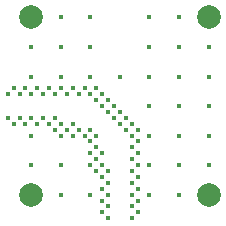
<source format=gbr>
%TF.GenerationSoftware,KiCad,Pcbnew,6.0.9+dfsg-1~bpo11+1*%
%TF.CreationDate,2022-11-06T14:45:51+01:00*%
%TF.ProjectId,pcb-turn-45,7063622d-7475-4726-9e2d-34352e6b6963,2*%
%TF.SameCoordinates,Original*%
%TF.FileFunction,Plated,1,2,PTH,Drill*%
%TF.FilePolarity,Positive*%
%FSLAX46Y46*%
G04 Gerber Fmt 4.6, Leading zero omitted, Abs format (unit mm)*
G04 Created by KiCad (PCBNEW 6.0.9+dfsg-1~bpo11+1) date 2022-11-06 14:45:51*
%MOMM*%
%LPD*%
G01*
G04 APERTURE LIST*
%TA.AperFunction,ViaDrill*%
%ADD10C,0.400000*%
%TD*%
%TA.AperFunction,ComponentDrill*%
%ADD11C,0.400000*%
%TD*%
%TA.AperFunction,ComponentDrill*%
%ADD12C,2.000000*%
%TD*%
G04 APERTURE END LIST*
D10*
X152500000Y-80000000D03*
X152500000Y-82500000D03*
X152500000Y-87500000D03*
X152500000Y-90000000D03*
X153000000Y-83500000D03*
X153000000Y-86500000D03*
X153500000Y-84000000D03*
X153500000Y-86000000D03*
X154000000Y-83500000D03*
X154000000Y-86500000D03*
X154500000Y-84000000D03*
X154500000Y-86000000D03*
X154500000Y-87000000D03*
X155000000Y-77500000D03*
X155000000Y-80000000D03*
X155000000Y-82500000D03*
X155000000Y-83500000D03*
X155000000Y-86500000D03*
X155000000Y-87500000D03*
X155000000Y-90000000D03*
X155000000Y-92500000D03*
X155500000Y-84000000D03*
X155500000Y-87000000D03*
X156000000Y-83500000D03*
X156000000Y-86500000D03*
X156000000Y-87500000D03*
X156500000Y-84000000D03*
X156500000Y-87000000D03*
X157000000Y-83500000D03*
X157000000Y-87500000D03*
X157500000Y-77500000D03*
X157500000Y-80000000D03*
X157500000Y-82500000D03*
X157500000Y-84000000D03*
X157500000Y-87000000D03*
X157500000Y-88000000D03*
X157500000Y-89000000D03*
X157500000Y-90000000D03*
X157500000Y-92500000D03*
X158000000Y-83500000D03*
X158000000Y-84500000D03*
X158000000Y-87500000D03*
X158000000Y-88500000D03*
X158000000Y-89500000D03*
X158000000Y-90500000D03*
X158500000Y-84000000D03*
X158500000Y-85000000D03*
X158500000Y-89000000D03*
X158500000Y-90000000D03*
X158500000Y-91000000D03*
X158500000Y-92000000D03*
X159000000Y-84500000D03*
X159000000Y-85500000D03*
X159000000Y-90500000D03*
X159000000Y-91500000D03*
X159500000Y-85000000D03*
X159500000Y-86000000D03*
X160000000Y-82500000D03*
X160000000Y-85500000D03*
X160000000Y-86500000D03*
X160500000Y-86000000D03*
X160500000Y-87000000D03*
X161000000Y-86500000D03*
X161000000Y-87500000D03*
X161000000Y-88500000D03*
X161000000Y-89500000D03*
X161000000Y-90500000D03*
X161000000Y-91500000D03*
X161500000Y-87000000D03*
X161500000Y-88000000D03*
X161500000Y-89000000D03*
X161500000Y-90000000D03*
X161500000Y-91000000D03*
X161500000Y-92000000D03*
X162500000Y-77500000D03*
X162500000Y-80000000D03*
X162500000Y-82500000D03*
X162500000Y-85000000D03*
X162500000Y-87500000D03*
X162500000Y-90000000D03*
X162500000Y-92500000D03*
X165000000Y-77500000D03*
X165000000Y-80000000D03*
X165000000Y-82500000D03*
X165000000Y-85000000D03*
X165000000Y-87500000D03*
X165000000Y-90000000D03*
X165000000Y-92500000D03*
X167500000Y-80000000D03*
X167500000Y-82500000D03*
X167500000Y-85000000D03*
X167500000Y-87500000D03*
X167500000Y-90000000D03*
D11*
%TO.C,J2*%
X150500000Y-84000000D03*
X150500000Y-86000000D03*
X151000000Y-83500000D03*
X151000000Y-86500000D03*
X151500000Y-84000000D03*
X151500000Y-86000000D03*
X152000000Y-83500000D03*
X152000000Y-86500000D03*
X152500000Y-84000000D03*
X152500000Y-86000000D03*
%TO.C,J1*%
X158500000Y-93000000D03*
X158500000Y-94000000D03*
X159000000Y-92500000D03*
X159000000Y-93500000D03*
X159000000Y-94500000D03*
X161000000Y-92500000D03*
X161000000Y-93500000D03*
X161000000Y-94500000D03*
X161500000Y-93000000D03*
X161500000Y-94000000D03*
D12*
%TO.C,H1*%
X152500000Y-77500000D03*
%TO.C,H2*%
X152500000Y-92500000D03*
%TO.C,H4*%
X167500000Y-77500000D03*
%TO.C,H3*%
X167500000Y-92500000D03*
M02*

</source>
